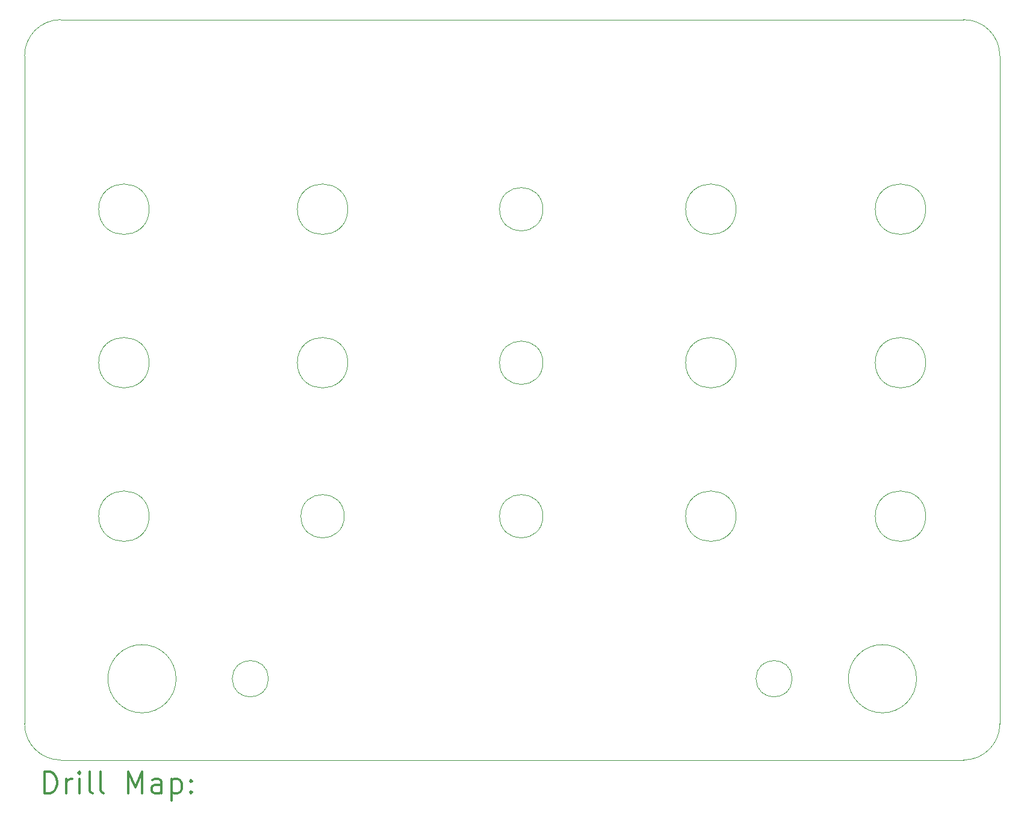
<source format=gbr>
%FSLAX45Y45*%
G04 Gerber Fmt 4.5, Leading zero omitted, Abs format (unit mm)*
G04 Created by KiCad (PCBNEW 5.1.12-84ad8e8a86~92~ubuntu20.04.1) date 2021-12-25 09:30:32*
%MOMM*%
%LPD*%
G01*
G04 APERTURE LIST*
%TA.AperFunction,Profile*%
%ADD10C,0.050000*%
%TD*%
%ADD11C,0.200000*%
%ADD12C,0.300000*%
G04 APERTURE END LIST*
D10*
X13398500Y-1016000D02*
G75*
G02*
X13906500Y-1524000I0J-508000D01*
G01*
X13906500Y-10922000D02*
G75*
G02*
X13398500Y-11430000I-508000J0D01*
G01*
X698500Y-11430000D02*
G75*
G02*
X190500Y-10922000I0J508000D01*
G01*
X190500Y-1524000D02*
G75*
G02*
X698500Y-1016000I508000J0D01*
G01*
X698500Y-1016000D02*
X13398500Y-1016000D01*
X190500Y-10922000D02*
X190500Y-1524000D01*
X13398500Y-11430000D02*
X698500Y-11430000D01*
X13906500Y-1524000D02*
X13906500Y-10922000D01*
X3620500Y-10287000D02*
G75*
G03*
X3620500Y-10287000I-255000J0D01*
G01*
X10986500Y-10287000D02*
G75*
G03*
X10986500Y-10287000I-255000J0D01*
G01*
X12735500Y-10287000D02*
G75*
G03*
X12735500Y-10287000I-480000J0D01*
G01*
X2321500Y-10287000D02*
G75*
G03*
X2321500Y-10287000I-480000J0D01*
G01*
X7480500Y-3683000D02*
G75*
G03*
X7480500Y-3683000I-305000J0D01*
G01*
X7480500Y-5842000D02*
G75*
G03*
X7480500Y-5842000I-305000J0D01*
G01*
X7480500Y-8001000D02*
G75*
G03*
X7480500Y-8001000I-305000J0D01*
G01*
X4686500Y-8001000D02*
G75*
G03*
X4686500Y-8001000I-305000J0D01*
G01*
X10197500Y-5842000D02*
G75*
G03*
X10197500Y-5842000I-355000J0D01*
G01*
X10197500Y-8001000D02*
G75*
G03*
X10197500Y-8001000I-355000J0D01*
G01*
X12864500Y-8001000D02*
G75*
G03*
X12864500Y-8001000I-355000J0D01*
G01*
X12864500Y-5842000D02*
G75*
G03*
X12864500Y-5842000I-355000J0D01*
G01*
X12864500Y-3683000D02*
G75*
G03*
X12864500Y-3683000I-355000J0D01*
G01*
X10197500Y-3683000D02*
G75*
G03*
X10197500Y-3683000I-355000J0D01*
G01*
X4736500Y-3683000D02*
G75*
G03*
X4736500Y-3683000I-355000J0D01*
G01*
X4736500Y-5842000D02*
G75*
G03*
X4736500Y-5842000I-355000J0D01*
G01*
X1942500Y-8001000D02*
G75*
G03*
X1942500Y-8001000I-355000J0D01*
G01*
X1942500Y-5842000D02*
G75*
G03*
X1942500Y-5842000I-355000J0D01*
G01*
X1942500Y-3683000D02*
G75*
G03*
X1942500Y-3683000I-355000J0D01*
G01*
D11*
D12*
X474428Y-11898214D02*
X474428Y-11598214D01*
X545857Y-11598214D01*
X588714Y-11612500D01*
X617286Y-11641071D01*
X631571Y-11669643D01*
X645857Y-11726786D01*
X645857Y-11769643D01*
X631571Y-11826786D01*
X617286Y-11855357D01*
X588714Y-11883929D01*
X545857Y-11898214D01*
X474428Y-11898214D01*
X774428Y-11898214D02*
X774428Y-11698214D01*
X774428Y-11755357D02*
X788714Y-11726786D01*
X803000Y-11712500D01*
X831571Y-11698214D01*
X860143Y-11698214D01*
X960143Y-11898214D02*
X960143Y-11698214D01*
X960143Y-11598214D02*
X945857Y-11612500D01*
X960143Y-11626786D01*
X974428Y-11612500D01*
X960143Y-11598214D01*
X960143Y-11626786D01*
X1145857Y-11898214D02*
X1117286Y-11883929D01*
X1103000Y-11855357D01*
X1103000Y-11598214D01*
X1303000Y-11898214D02*
X1274428Y-11883929D01*
X1260143Y-11855357D01*
X1260143Y-11598214D01*
X1645857Y-11898214D02*
X1645857Y-11598214D01*
X1745857Y-11812500D01*
X1845857Y-11598214D01*
X1845857Y-11898214D01*
X2117286Y-11898214D02*
X2117286Y-11741071D01*
X2103000Y-11712500D01*
X2074428Y-11698214D01*
X2017286Y-11698214D01*
X1988714Y-11712500D01*
X2117286Y-11883929D02*
X2088714Y-11898214D01*
X2017286Y-11898214D01*
X1988714Y-11883929D01*
X1974428Y-11855357D01*
X1974428Y-11826786D01*
X1988714Y-11798214D01*
X2017286Y-11783929D01*
X2088714Y-11783929D01*
X2117286Y-11769643D01*
X2260143Y-11698214D02*
X2260143Y-11998214D01*
X2260143Y-11712500D02*
X2288714Y-11698214D01*
X2345857Y-11698214D01*
X2374428Y-11712500D01*
X2388714Y-11726786D01*
X2403000Y-11755357D01*
X2403000Y-11841071D01*
X2388714Y-11869643D01*
X2374428Y-11883929D01*
X2345857Y-11898214D01*
X2288714Y-11898214D01*
X2260143Y-11883929D01*
X2531571Y-11869643D02*
X2545857Y-11883929D01*
X2531571Y-11898214D01*
X2517286Y-11883929D01*
X2531571Y-11869643D01*
X2531571Y-11898214D01*
X2531571Y-11712500D02*
X2545857Y-11726786D01*
X2531571Y-11741071D01*
X2517286Y-11726786D01*
X2531571Y-11712500D01*
X2531571Y-11741071D01*
M02*

</source>
